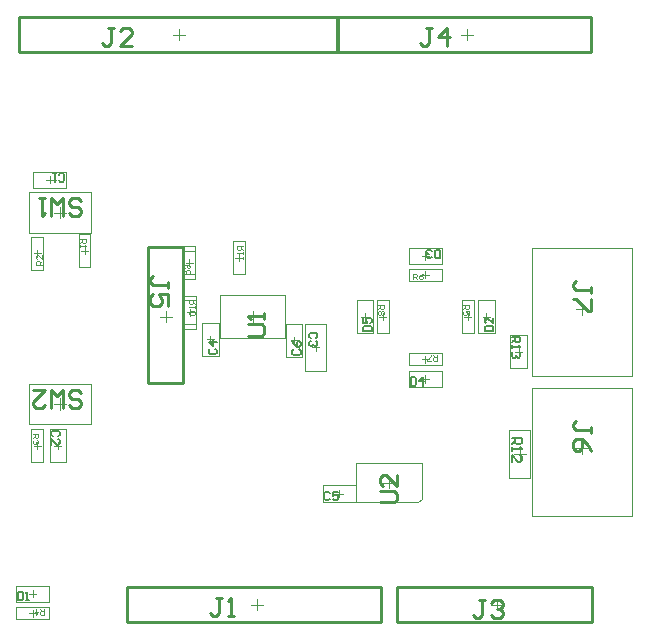
<source format=gm1>
G04*
G04 #@! TF.GenerationSoftware,Altium Limited,Altium Designer,22.7.1 (60)*
G04*
G04 Layer_Color=16711935*
%FSLAX25Y25*%
%MOIN*%
G70*
G04*
G04 #@! TF.SameCoordinates,FBDB1D81-1F97-4559-A255-E9B88A778833*
G04*
G04*
G04 #@! TF.FilePolarity,Positive*
G04*
G01*
G75*
%ADD11C,0.00984*%
%ADD13C,0.00394*%
%ADD14C,0.01000*%
%ADD15C,0.00866*%
%ADD16C,0.00591*%
D11*
X63494Y129234D02*
X75305D01*
X63494Y83880D02*
Y129234D01*
Y83880D02*
X75305D01*
Y129234D01*
X20495Y194095D02*
Y205906D01*
Y194095D02*
X126873D01*
Y205906D01*
X20495D02*
X126873D01*
X126495D02*
X211219D01*
Y194095D02*
Y205906D01*
X126495Y194095D02*
X211219D01*
X126495D02*
Y205906D01*
X146495Y4095D02*
Y15905D01*
Y4095D02*
X211534D01*
Y15905D01*
X146495D02*
X211534D01*
X56495Y4095D02*
Y15905D01*
Y4095D02*
X141219D01*
Y15905D01*
X56495D02*
X141219D01*
X75305Y83880D02*
Y129234D01*
X63494Y83880D02*
X75305D01*
X63494D02*
Y129234D01*
X75305D01*
X20495Y205906D02*
X126873D01*
Y194095D02*
Y205906D01*
X20495Y194095D02*
X126873D01*
X20495D02*
Y205906D01*
X126495Y194095D02*
Y205906D01*
Y194095D02*
X211219D01*
Y205906D01*
X126495D02*
X211219D01*
X146495Y15905D02*
X211534D01*
Y4095D02*
Y15905D01*
X146495Y4095D02*
X211534D01*
X146495D02*
Y15905D01*
X56495D02*
X141219D01*
Y4095D02*
Y15905D01*
X56495Y4095D02*
X141219D01*
X56495D02*
Y15905D01*
D13*
X75196Y120079D02*
X79133D01*
X75196Y127953D02*
X79133D01*
X75196Y120079D02*
Y127953D01*
X79133Y120079D02*
Y127953D01*
X75589Y111417D02*
X79526D01*
X75589Y103543D02*
X79526D01*
Y111417D01*
X75589Y103543D02*
Y111417D01*
X67431Y106005D02*
X71368D01*
X69399Y104037D02*
Y107974D01*
X132676Y44193D02*
Y57087D01*
X154723D01*
Y45276D02*
Y57087D01*
X153640Y44193D02*
X154723Y45276D01*
X132676Y44193D02*
X153640D01*
X143700Y48720D02*
Y52658D01*
X141731Y50689D02*
X145668D01*
X73723Y198031D02*
Y201969D01*
X71755Y200000D02*
X75692D01*
X167755D02*
X171692D01*
X169723Y198031D02*
Y201969D01*
X81495Y92913D02*
X87007D01*
Y103937D01*
X81495D02*
X87007D01*
X81495Y92913D02*
Y103937D01*
X84251Y97244D02*
Y99606D01*
X83070Y98425D02*
X85432D01*
X23900Y70079D02*
X24800D01*
X44373D01*
X23900D02*
Y83465D01*
X44373D01*
Y70079D02*
Y83465D01*
X32168Y76772D02*
X36105D01*
X34137Y74803D02*
Y78740D01*
X23900Y133993D02*
X24800D01*
X44373D01*
X23900D02*
Y147379D01*
X44373D01*
Y133993D02*
Y147379D01*
X32168Y140686D02*
X36105D01*
X34137Y138717D02*
Y142654D01*
X184251Y99803D02*
X189763D01*
X184251Y88779D02*
Y99803D01*
Y88779D02*
X189763D01*
Y99803D01*
X187007Y93110D02*
Y95472D01*
X185826Y94291D02*
X188188D01*
X191633Y82185D02*
X224704D01*
X191633Y39665D02*
Y82185D01*
Y39665D02*
X224704D01*
Y82185D01*
X208168Y60138D02*
Y64075D01*
X206200Y62106D02*
X210137D01*
X191633Y128740D02*
X224704D01*
X191633Y86221D02*
Y128740D01*
Y86221D02*
X224704D01*
Y128740D01*
X208168Y106693D02*
Y110630D01*
X206200Y108661D02*
X210137D01*
X26574Y125984D02*
Y128347D01*
X25392Y127165D02*
X27755D01*
X24605Y121653D02*
X28542D01*
Y132677D01*
X24605D02*
X28542D01*
X24605Y121653D02*
Y132677D01*
X173522Y100445D02*
X179034D01*
Y111469D01*
X173522D02*
X179034D01*
X173522Y100445D02*
Y111469D01*
X176278Y104776D02*
Y107138D01*
X175097Y105957D02*
X177459D01*
X170037Y104776D02*
Y107138D01*
X168856Y105957D02*
X171219D01*
X168069Y111469D02*
X172006D01*
X168069Y100445D02*
Y111469D01*
Y100445D02*
X172006D01*
Y111469D01*
X154723Y119960D02*
X157085D01*
X155904Y118779D02*
Y121142D01*
X150392Y117992D02*
Y121929D01*
Y117992D02*
X161416D01*
Y121929D01*
X150392D02*
X161416D01*
Y123378D02*
Y128890D01*
X150392D02*
X161416D01*
X150392Y123378D02*
Y128890D01*
Y123378D02*
X161416D01*
X154723Y126134D02*
X157085D01*
X155904Y124953D02*
Y127315D01*
X141797Y104776D02*
Y107138D01*
X140616Y105957D02*
X142979D01*
X139829Y111469D02*
X143766D01*
X139829Y100445D02*
Y111469D01*
Y100445D02*
X143766D01*
Y111469D01*
X134644Y105957D02*
X137007D01*
X135826Y104776D02*
Y107138D01*
X133070Y100445D02*
Y111469D01*
X138582D01*
Y100445D02*
Y111469D01*
X133070Y100445D02*
X138582D01*
X30707Y150394D02*
Y152756D01*
X29526Y151575D02*
X31889D01*
X25196Y148819D02*
X36219D01*
X25196D02*
Y154331D01*
X36219D01*
Y148819D02*
Y154331D01*
X44290Y122441D02*
Y133465D01*
X40353Y122441D02*
X44290D01*
X40353D02*
Y133465D01*
X44290D01*
X41140Y127953D02*
X43503D01*
X42322Y126772D02*
Y129134D01*
X28542Y57480D02*
Y68504D01*
X24605Y57480D02*
X28542D01*
X24605D02*
Y68504D01*
X28542D01*
X25392Y62992D02*
X27755D01*
X26574Y61811D02*
Y64173D01*
X32282Y62992D02*
X34644D01*
X33463Y61811D02*
Y64173D01*
X36219Y57480D02*
Y68504D01*
X30707Y57480D02*
X36219D01*
X30707D02*
Y68504D01*
X36219D01*
X87628Y98830D02*
Y113190D01*
X109281D01*
Y98830D02*
Y113190D01*
X87628Y98830D02*
X109281D01*
X98454Y104037D02*
Y107974D01*
X96486Y106005D02*
X100423D01*
X111022Y98132D02*
X113385D01*
X112204Y96951D02*
Y99313D01*
X109448Y92620D02*
Y103644D01*
X114959D01*
Y92620D02*
Y103644D01*
X109448Y92620D02*
X114959D01*
X115845Y103642D02*
X122932D01*
X115845Y87894D02*
Y103642D01*
Y87894D02*
X122932D01*
Y103642D01*
X119389Y94587D02*
Y96949D01*
X118207Y95768D02*
X120570D01*
X150392Y89764D02*
X161416D01*
X150392D02*
Y93701D01*
X161416D01*
Y89764D02*
Y93701D01*
X155904Y90551D02*
Y92913D01*
X154723Y91732D02*
X157085D01*
X150392Y82433D02*
Y87945D01*
Y82433D02*
X161416D01*
Y87945D01*
X150392D02*
X161416D01*
X154723Y85189D02*
X157085D01*
X155904Y84008D02*
Y86370D01*
X127164Y45768D02*
Y48130D01*
X125983Y46949D02*
X128345D01*
X121652Y49705D02*
X132676D01*
Y44193D02*
Y49705D01*
X121652Y44193D02*
X132676D01*
X121652D02*
Y49705D01*
X183857Y68110D02*
X190944D01*
X183857Y52362D02*
Y68110D01*
Y52362D02*
X190944D01*
Y68110D01*
X187400Y58268D02*
Y62205D01*
X185432Y60236D02*
X189369D01*
X179723Y8032D02*
Y11969D01*
X177755Y10000D02*
X181692D01*
X99723Y8032D02*
Y11969D01*
X97755Y10000D02*
X101692D01*
X19487Y10827D02*
Y16339D01*
Y10827D02*
X30511D01*
Y16339D01*
X19487D02*
X30511D01*
X23818Y13583D02*
X26180D01*
X24999Y12402D02*
Y14764D01*
X19487Y5118D02*
X30511D01*
X19487D02*
Y9055D01*
X30511D01*
Y5118D02*
Y9055D01*
X24999Y5906D02*
Y8268D01*
X23818Y7087D02*
X26180D01*
X93700Y124409D02*
Y126772D01*
X92519Y125591D02*
X94881D01*
X91731Y131102D02*
X95668D01*
Y120079D02*
Y131102D01*
X91731Y120079D02*
X95668D01*
X91731D02*
Y131102D01*
X77164Y122835D02*
Y125197D01*
X75983Y124016D02*
X78345D01*
X75196Y118504D02*
X79133D01*
X75196D02*
Y129528D01*
X79133D01*
Y118504D02*
Y129528D01*
X77558Y106299D02*
Y108661D01*
X76377Y107480D02*
X78739D01*
X75589Y112992D02*
X79526D01*
Y101969D02*
Y112992D01*
X75589Y101969D02*
X79526D01*
X75589D02*
Y112992D01*
X154723Y45276D02*
Y57087D01*
X153640Y44193D02*
X154723Y45276D01*
X132676Y44193D02*
X153640D01*
X132676D02*
Y57087D01*
X154723D01*
X81495Y92913D02*
X87007D01*
X81495D02*
Y103937D01*
X87007D01*
Y92913D02*
Y103937D01*
X23900Y70079D02*
X24800D01*
X44373D01*
Y83465D01*
X23900Y70079D02*
Y83465D01*
X44373D01*
X23900Y133993D02*
X24800D01*
X44373D01*
Y147379D01*
X23900Y133993D02*
Y147379D01*
X44373D01*
X184251Y99803D02*
X189763D01*
Y88779D02*
Y99803D01*
X184251Y88779D02*
X189763D01*
X184251D02*
Y99803D01*
X191633Y82185D02*
X224704D01*
Y39665D02*
Y82185D01*
X191633Y39665D02*
X224704D01*
X191633D02*
Y82185D01*
Y128740D02*
X224704D01*
Y86221D02*
Y128740D01*
X191633Y86221D02*
X224704D01*
X191633D02*
Y128740D01*
X24605Y121653D02*
X28542D01*
Y132677D01*
X24605D02*
X28542D01*
X24605Y121653D02*
Y132677D01*
X173522Y100445D02*
X179034D01*
X173522D02*
Y111469D01*
X179034D01*
Y100445D02*
Y111469D01*
X168069D02*
X172006D01*
X168069Y100445D02*
Y111469D01*
Y100445D02*
X172006D01*
Y111469D01*
X150392Y117992D02*
Y121929D01*
Y117992D02*
X161416D01*
Y121929D01*
X150392D02*
X161416D01*
Y123378D02*
Y128890D01*
X150392Y123378D02*
X161416D01*
X150392D02*
Y128890D01*
X161416D01*
X139829Y111469D02*
X143766D01*
X139829Y100445D02*
Y111469D01*
Y100445D02*
X143766D01*
Y111469D01*
X138582Y100445D02*
Y111469D01*
X133070D02*
X138582D01*
X133070Y100445D02*
Y111469D01*
Y100445D02*
X138582D01*
X25196Y154331D02*
X36219D01*
X25196Y148819D02*
Y154331D01*
Y148819D02*
X36219D01*
Y154331D01*
X44290Y122441D02*
Y133465D01*
X40353Y122441D02*
X44290D01*
X40353D02*
Y133465D01*
X44290D01*
X28542Y57480D02*
Y68504D01*
X24605Y57480D02*
X28542D01*
X24605D02*
Y68504D01*
X28542D01*
X30707Y57480D02*
Y68504D01*
Y57480D02*
X36219D01*
Y68504D01*
X30707D02*
X36219D01*
X109281Y98830D02*
Y113190D01*
X87628D02*
X109281D01*
X87628Y98830D02*
X109281D01*
X87628D02*
Y113190D01*
X114959Y92620D02*
Y103644D01*
X109448D02*
X114959D01*
X109448Y92620D02*
Y103644D01*
Y92620D02*
X114959D01*
X115845Y103642D02*
X122932D01*
Y87894D02*
Y103642D01*
X115845Y87894D02*
X122932D01*
X115845D02*
Y103642D01*
X150392Y89764D02*
X161416D01*
X150392D02*
Y93701D01*
X161416D01*
Y89764D02*
Y93701D01*
X150392Y82433D02*
Y87945D01*
X161416D01*
Y82433D02*
Y87945D01*
X150392Y82433D02*
X161416D01*
X121652Y44193D02*
X132676D01*
Y49705D01*
X121652D02*
X132676D01*
X121652Y44193D02*
Y49705D01*
X190944Y52362D02*
Y68110D01*
X183857Y52362D02*
X190944D01*
X183857Y68110D02*
X190944D01*
X183857Y52362D02*
Y68110D01*
X19487Y10827D02*
Y16339D01*
X30511D01*
Y10827D02*
Y16339D01*
X19487Y10827D02*
X30511D01*
X19487Y5118D02*
X30511D01*
X19487D02*
Y9055D01*
X30511D01*
Y5118D02*
Y9055D01*
X28148Y123228D02*
X26180D01*
Y124212D01*
X26509Y124540D01*
X27165D01*
X27492Y124212D01*
Y123228D01*
Y123884D02*
X28148Y124540D01*
Y126508D02*
Y125196D01*
X26836Y126508D01*
X26509D01*
X26180Y126180D01*
Y125524D01*
X26509Y125196D01*
X168463Y109894D02*
X170431D01*
Y108910D01*
X170103Y108582D01*
X169447D01*
X169119Y108910D01*
Y109894D01*
Y109238D02*
X168463Y108582D01*
X170431Y106614D02*
Y107926D01*
X169447D01*
X169774Y107270D01*
Y106942D01*
X169447Y106614D01*
X168791D01*
X168463Y106942D01*
Y107598D01*
X168791Y107926D01*
X151967Y118386D02*
Y120353D01*
X152951D01*
X153279Y120026D01*
Y119370D01*
X152951Y119042D01*
X151967D01*
X152623D02*
X153279Y118386D01*
X155247Y120353D02*
X154591Y120026D01*
X153935Y119370D01*
Y118714D01*
X154263Y118386D01*
X154919D01*
X155247Y118714D01*
Y119042D01*
X154919Y119370D01*
X153935D01*
X140223Y109894D02*
X142191D01*
Y108910D01*
X141863Y108582D01*
X141207D01*
X140879Y108910D01*
Y109894D01*
Y109238D02*
X140223Y108582D01*
X141863Y107926D02*
X142191Y107598D01*
Y106942D01*
X141863Y106614D01*
X141535D01*
X141207Y106942D01*
X140879Y106614D01*
X140551D01*
X140223Y106942D01*
Y107598D01*
X140551Y107926D01*
X140879D01*
X141207Y107598D01*
X141535Y107926D01*
X141863D01*
X141207Y107598D02*
Y106942D01*
X40747Y131890D02*
X42715D01*
Y130906D01*
X42387Y130578D01*
X41731D01*
X41403Y130906D01*
Y131890D01*
Y131234D02*
X40747Y130578D01*
Y129922D02*
Y129266D01*
Y129594D01*
X42715D01*
X42387Y129922D01*
X24999Y66929D02*
X26967D01*
Y65945D01*
X26639Y65617D01*
X25983D01*
X25655Y65945D01*
Y66929D01*
Y66273D02*
X24999Y65617D01*
X26639Y64961D02*
X26967Y64633D01*
Y63977D01*
X26639Y63649D01*
X26311D01*
X25983Y63977D01*
Y64305D01*
Y63977D01*
X25655Y63649D01*
X25327D01*
X24999Y63977D01*
Y64633D01*
X25327Y64961D01*
X159841Y93307D02*
Y91339D01*
X158857D01*
X158529Y91667D01*
Y92323D01*
X158857Y92651D01*
X159841D01*
X159185D02*
X158529Y93307D01*
X157873Y91339D02*
X156562D01*
Y91667D01*
X157873Y92979D01*
Y93307D01*
X28936Y8661D02*
Y6694D01*
X27952D01*
X27624Y7022D01*
Y7677D01*
X27952Y8005D01*
X28936D01*
X28280D02*
X27624Y8661D01*
X25984D02*
Y6694D01*
X26968Y7677D01*
X25656D01*
X91731Y131102D02*
X95668D01*
Y120079D02*
Y131102D01*
X91731Y120079D02*
X95668D01*
X91731D02*
Y131102D01*
X75196Y118504D02*
X79133D01*
X75196D02*
Y129528D01*
X79133D01*
Y118504D02*
Y129528D01*
X75589Y112992D02*
X79526D01*
Y101969D02*
Y112992D01*
X75589Y101969D02*
X79526D01*
X75589D02*
Y112992D01*
X95274Y129528D02*
X93306D01*
Y128544D01*
X93634Y128216D01*
X94290D01*
X94618Y128544D01*
Y129528D01*
Y128872D02*
X95274Y128216D01*
Y127560D02*
Y126904D01*
Y127232D01*
X93306D01*
X93634Y127560D01*
X95274Y125920D02*
Y125264D01*
Y125592D01*
X93306D01*
X93634Y125920D01*
X75589Y120079D02*
X77557D01*
Y121063D01*
X77229Y121391D01*
X76573D01*
X76245Y121063D01*
Y120079D01*
Y120735D02*
X75589Y121391D01*
X75917Y122047D02*
X75589Y122375D01*
Y123030D01*
X75917Y123359D01*
X77229D01*
X77557Y123030D01*
Y122375D01*
X77229Y122047D01*
X76901D01*
X76573Y122375D01*
Y123359D01*
X79133Y111417D02*
X77165D01*
Y110433D01*
X77493Y110105D01*
X78149D01*
X78477Y110433D01*
Y111417D01*
Y110761D02*
X79133Y110105D01*
Y109450D02*
Y108793D01*
Y109122D01*
X77165D01*
X77493Y109450D01*
Y107810D02*
X77165Y107482D01*
Y106826D01*
X77493Y106498D01*
X78805D01*
X79133Y106826D01*
Y107482D01*
X78805Y107810D01*
X77493D01*
D14*
X70137Y115655D02*
Y117654D01*
Y116654D01*
X65138D01*
X64139Y117654D01*
Y118654D01*
X65138Y119653D01*
X70137Y109657D02*
Y113655D01*
X67138D01*
X68137Y111656D01*
Y110656D01*
X67138Y109657D01*
X65138D01*
X64139Y110656D01*
Y112656D01*
X65138Y113655D01*
X52147Y202077D02*
X50148D01*
X51147D01*
Y197078D01*
X50148Y196079D01*
X49148D01*
X48148Y197078D01*
X58145Y196079D02*
X54146D01*
X58145Y200077D01*
Y201077D01*
X57146Y202077D01*
X55146D01*
X54146Y201077D01*
X158147Y202077D02*
X156148D01*
X157147D01*
Y197078D01*
X156148Y196079D01*
X155148D01*
X154148Y197078D01*
X163145Y196079D02*
Y202077D01*
X160146Y199078D01*
X164145D01*
X37012Y76679D02*
X38012Y75679D01*
X40011D01*
X41011Y76679D01*
Y77678D01*
X40011Y78678D01*
X38012D01*
X37012Y79678D01*
Y80677D01*
X38012Y81677D01*
X40011D01*
X41011Y80677D01*
X35013Y75679D02*
Y81677D01*
X33013Y79678D01*
X31014Y81677D01*
Y75679D01*
X25016Y81677D02*
X29015D01*
X25016Y77678D01*
Y76679D01*
X26015Y75679D01*
X28015D01*
X29015Y76679D01*
X37012Y140593D02*
X38012Y139593D01*
X40011D01*
X41011Y140593D01*
Y141593D01*
X40011Y142592D01*
X38012D01*
X37012Y143592D01*
Y144592D01*
X38012Y145591D01*
X40011D01*
X41011Y144592D01*
X35013Y139593D02*
Y145591D01*
X33013Y143592D01*
X31014Y145591D01*
Y139593D01*
X29015Y145591D02*
X27015D01*
X28015D01*
Y139593D01*
X29015Y140593D01*
X211239Y67222D02*
Y69222D01*
Y68222D01*
X206240D01*
X205241Y69222D01*
Y70221D01*
X206240Y71221D01*
X211239Y61224D02*
X210239Y63224D01*
X208240Y65223D01*
X206240D01*
X205241Y64223D01*
Y62224D01*
X206240Y61224D01*
X207240D01*
X208240Y62224D01*
Y65223D01*
X211239Y113777D02*
Y115777D01*
Y114777D01*
X206240D01*
X205241Y115777D01*
Y116776D01*
X206240Y117776D01*
X211239Y111778D02*
Y107779D01*
X210239D01*
X206240Y111778D01*
X205241D01*
X175940Y11673D02*
X173941D01*
X174940D01*
Y6674D01*
X173941Y5675D01*
X172941D01*
X171941Y6674D01*
X177939Y10673D02*
X178939Y11673D01*
X180938D01*
X181938Y10673D01*
Y9673D01*
X180938Y8674D01*
X179938D01*
X180938D01*
X181938Y7674D01*
Y6674D01*
X180938Y5675D01*
X178939D01*
X177939Y6674D01*
X88147Y12077D02*
X86148D01*
X87147D01*
Y7078D01*
X86148Y6079D01*
X85148D01*
X84148Y7078D01*
X90146Y6079D02*
X92146D01*
X91146D01*
Y12077D01*
X90146Y11077D01*
D15*
X140867Y44075D02*
X145458D01*
X146377Y44993D01*
Y46830D01*
X145458Y47748D01*
X140867D01*
X146377Y53258D02*
Y49585D01*
X142703Y53258D01*
X141785D01*
X140867Y52340D01*
Y50503D01*
X141785Y49585D01*
X96775Y99696D02*
X101367D01*
X102285Y100615D01*
Y102451D01*
X101367Y103370D01*
X96775D01*
X102285Y105206D02*
Y107043D01*
Y106125D01*
X96775D01*
X97693Y105206D01*
D16*
X84120Y95341D02*
X83661Y94881D01*
Y93963D01*
X84120Y93504D01*
X85957D01*
X86416Y93963D01*
Y94881D01*
X85957Y95341D01*
X86416Y97636D02*
X83661D01*
X85039Y96259D01*
Y98096D01*
X184841Y99213D02*
X187596D01*
Y97835D01*
X187137Y97376D01*
X186219D01*
X185760Y97835D01*
Y99213D01*
Y98294D02*
X184841Y97376D01*
Y96458D02*
Y95539D01*
Y95998D01*
X187596D01*
X187137Y96458D01*
Y94162D02*
X187596Y93703D01*
Y92784D01*
X187137Y92325D01*
X186678D01*
X186219Y92784D01*
Y93243D01*
Y92784D01*
X185760Y92325D01*
X185301D01*
X184841Y92784D01*
Y93703D01*
X185301Y94162D01*
X175689Y101036D02*
X178444D01*
Y102413D01*
X177984Y102872D01*
X176148D01*
X175689Y102413D01*
Y101036D01*
X178444Y105627D02*
Y103791D01*
X176607Y105627D01*
X176148D01*
X175689Y105168D01*
Y104250D01*
X176148Y103791D01*
X160826Y125545D02*
Y128299D01*
X159448D01*
X158989Y127840D01*
Y126004D01*
X159448Y125545D01*
X160826D01*
X158071Y126004D02*
X157611Y125545D01*
X156693D01*
X156234Y126004D01*
Y126463D01*
X156693Y126922D01*
X157152D01*
X156693D01*
X156234Y127381D01*
Y127840D01*
X156693Y128299D01*
X157611D01*
X158071Y127840D01*
X135236Y101036D02*
X137991D01*
Y102413D01*
X137532Y102872D01*
X135695D01*
X135236Y102413D01*
Y101036D01*
Y105627D02*
Y103791D01*
X136613D01*
X136154Y104709D01*
Y105168D01*
X136613Y105627D01*
X137532D01*
X137991Y105168D01*
Y104250D01*
X137532Y103791D01*
X33792Y151444D02*
X34251Y150985D01*
X35170D01*
X35629Y151444D01*
Y153281D01*
X35170Y153740D01*
X34251D01*
X33792Y153281D01*
X32874Y153740D02*
X31955D01*
X32414D01*
Y150985D01*
X32874Y151444D01*
X33594Y66077D02*
X34053Y66536D01*
Y67454D01*
X33594Y67913D01*
X31757D01*
X31298Y67454D01*
Y66536D01*
X31757Y66077D01*
X31298Y63322D02*
Y65158D01*
X33135Y63322D01*
X33594D01*
X34053Y63781D01*
Y64699D01*
X33594Y65158D01*
X112073Y95047D02*
X111614Y94588D01*
Y93670D01*
X112073Y93211D01*
X113910D01*
X114369Y93670D01*
Y94588D01*
X113910Y95047D01*
X111614Y97802D02*
X112073Y96884D01*
X112991Y95966D01*
X113910D01*
X114369Y96425D01*
Y97343D01*
X113910Y97802D01*
X113451D01*
X112991Y97343D01*
Y95966D01*
X119519Y98852D02*
X119978Y99312D01*
Y100230D01*
X119519Y100689D01*
X117682D01*
X117223Y100230D01*
Y99312D01*
X117682Y98852D01*
X119519Y97934D02*
X119978Y97475D01*
Y96556D01*
X119519Y96097D01*
X119060D01*
X118601Y96556D01*
Y97016D01*
Y96556D01*
X118141Y96097D01*
X117682D01*
X117223Y96556D01*
Y97475D01*
X117682Y97934D01*
X150983Y85779D02*
Y83024D01*
X152360D01*
X152820Y83483D01*
Y85320D01*
X152360Y85779D01*
X150983D01*
X155116Y83024D02*
Y85779D01*
X153738Y84401D01*
X155575D01*
X124080Y47079D02*
X123620Y47539D01*
X122702D01*
X122243Y47079D01*
Y45243D01*
X122702Y44783D01*
X123620D01*
X124080Y45243D01*
X126835Y47539D02*
X124998D01*
Y46161D01*
X125916Y46620D01*
X126375D01*
X126835Y46161D01*
Y45243D01*
X126375Y44783D01*
X125457D01*
X124998Y45243D01*
X184841Y65551D02*
X187990D01*
Y63977D01*
X187465Y63452D01*
X186416D01*
X185891Y63977D01*
Y65551D01*
Y64502D02*
X184841Y63452D01*
Y62403D02*
Y61353D01*
Y61878D01*
X187990D01*
X187465Y62403D01*
X184841Y57680D02*
Y59779D01*
X186940Y57680D01*
X187465D01*
X187990Y58205D01*
Y59254D01*
X187465Y59779D01*
X20077Y14172D02*
Y11417D01*
X21455D01*
X21914Y11876D01*
Y13713D01*
X21455Y14172D01*
X20077D01*
X22832Y11417D02*
X23751D01*
X23292D01*
Y14172D01*
X22832Y13713D01*
M02*

</source>
